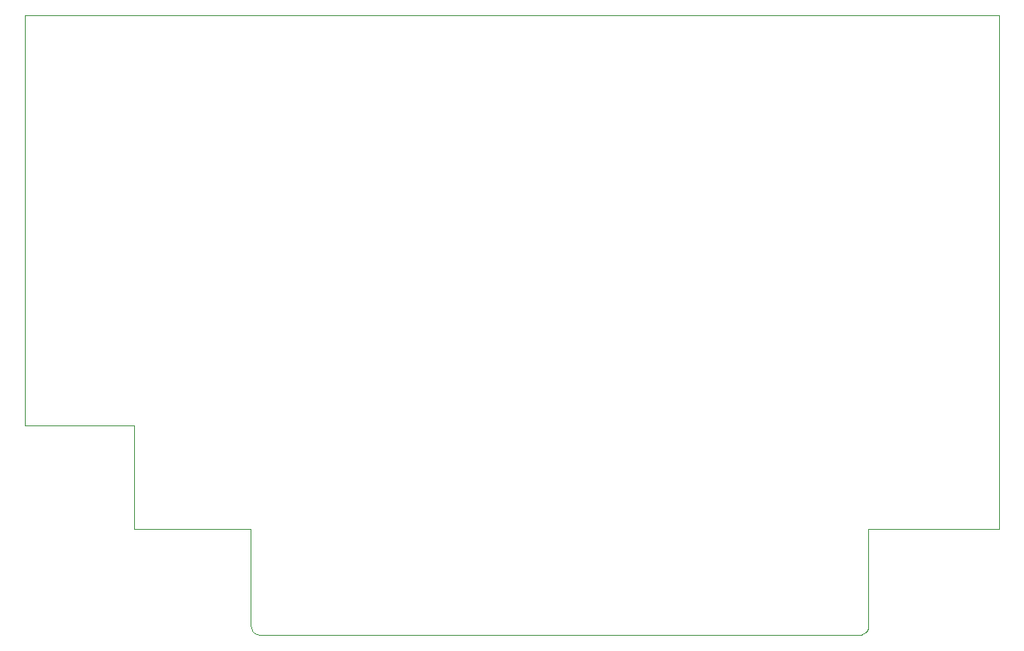
<source format=gbr>
G04 #@! TF.GenerationSoftware,KiCad,Pcbnew,(6.0.7)*
G04 #@! TF.CreationDate,2023-01-05T13:14:55+00:00*
G04 #@! TF.ProjectId,msx_eeprom,6d73785f-6565-4707-926f-6d2e6b696361,rev?*
G04 #@! TF.SameCoordinates,Original*
G04 #@! TF.FileFunction,Profile,NP*
%FSLAX46Y46*%
G04 Gerber Fmt 4.6, Leading zero omitted, Abs format (unit mm)*
G04 Created by KiCad (PCBNEW (6.0.7)) date 2023-01-05 13:14:55*
%MOMM*%
%LPD*%
G01*
G04 APERTURE LIST*
G04 #@! TA.AperFunction,Profile*
%ADD10C,0.050000*%
G04 #@! TD*
G04 APERTURE END LIST*
D10*
X173939200Y-118110000D02*
X173837600Y-118211600D01*
X109169200Y-118211600D02*
X109118400Y-118160800D01*
X173685200Y-118364000D02*
X173431200Y-118516400D01*
X108966000Y-117805200D02*
X108915200Y-117551200D01*
X96621600Y-107391200D02*
X96621600Y-96469200D01*
X96621600Y-96469200D02*
X85140800Y-96469200D01*
X174040800Y-117551200D02*
X174040800Y-117703600D01*
X109372400Y-118414800D02*
X109169200Y-118211600D01*
X85090000Y-53238400D02*
X187858400Y-53238400D01*
X108915200Y-107492800D02*
X108915200Y-107442000D01*
X108966000Y-117856000D02*
X108966000Y-117805200D01*
X173837600Y-118211600D02*
X173685200Y-118364000D01*
X108915200Y-107442000D02*
X96621600Y-107391200D01*
X109626400Y-118516400D02*
X109372400Y-118414800D01*
X173075600Y-118618000D02*
X109829600Y-118567200D01*
X109067600Y-118059200D02*
X108966000Y-117856000D01*
X174040800Y-107442000D02*
X174040800Y-117551200D01*
X173990000Y-117906800D02*
X173939200Y-118110000D01*
X187858400Y-53238400D02*
X187858400Y-107442000D01*
X187858400Y-107442000D02*
X174040800Y-107442000D01*
X174040800Y-117703600D02*
X173990000Y-117906800D01*
X173431200Y-118516400D02*
X173228000Y-118567200D01*
X173228000Y-118567200D02*
X173075600Y-118618000D01*
X109118400Y-118160800D02*
X109067600Y-118059200D01*
X108915200Y-117551200D02*
X108915200Y-107492800D01*
X85140800Y-96469200D02*
X85090000Y-53238400D01*
X109829600Y-118567200D02*
X109626400Y-118516400D01*
M02*

</source>
